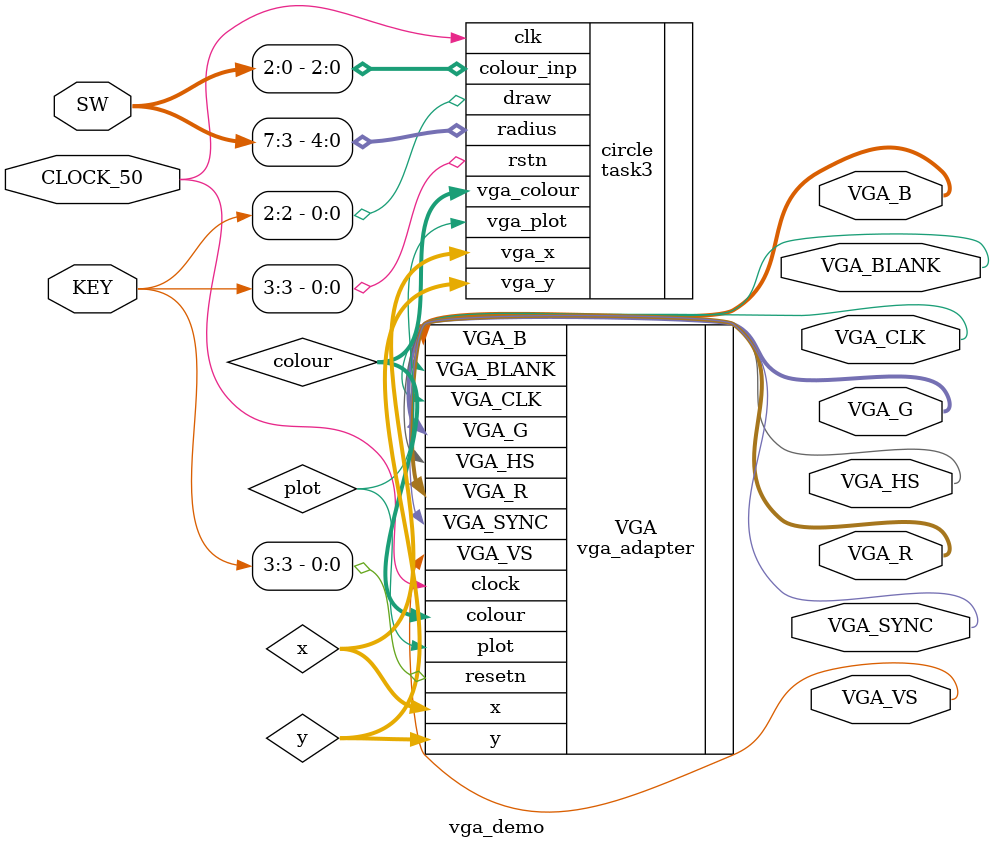
<source format=v>
module vga_demo(CLOCK_50, SW, KEY,
				VGA_R, VGA_G, VGA_B,
				VGA_HS, VGA_VS, VGA_BLANK, VGA_SYNC, VGA_CLK);
	
	input CLOCK_50;	
	input [9:0] SW;
	input [3:0] KEY;
	output [9:0] VGA_R;
	output [9:0] VGA_G;
	output [9:0] VGA_B;
	output VGA_HS;
	output VGA_VS;
	output VGA_BLANK;
	output VGA_SYNC;
	output VGA_CLK;	
	
	wire [2:0] colour;
	wire [7:0] x;
	wire [6:0] y;
	
	wire plot;
	
	//assign colour = 3'b111;
	//assign x = {3'd0, SW[9:5]};
	//assign y = {2'd0, SW[4:0]};
	
//	task2 inp(
//	      .clk(CLOCK_50),
//	      .rstn(KEY[3]),
//			.vga_x(x),
//			.vga_y(y),
//			.vga_colour(colour),
//			.vga_plot(plot)
//	);
	
	task3 circle(
	       .clk(CLOCK_50),
          .rstn(KEY[3]),
	       .radius(SW[7:3]),
			 .colour_inp(SW[2:0]),
	       .draw(KEY[2]),
          .vga_x(x),
          .vga_y(y),
			 .vga_colour(colour),
          .vga_plot(plot)
	);

	vga_adapter VGA(
			.resetn(KEY[3]),
			.clock(CLOCK_50),
			.colour(colour),
			.x(x),
			.y(y),
			.plot(plot),
			/* Signals for the DAC to drive the monitor. */
			.VGA_R(VGA_R),
			.VGA_G(VGA_G),
			.VGA_B(VGA_B),
			.VGA_HS(VGA_HS),
			.VGA_VS(VGA_VS),
			.VGA_SYNC(VGA_SYNC),
			.VGA_BLANK(VGA_BLANK),
			.VGA_CLK(VGA_CLK));
		defparam VGA.RESOLUTION = "160x120";
		defparam VGA.MONOCHROME = "FALSE";
		defparam VGA.BITS_PER_COLOUR_CHANNEL = 1;
		defparam VGA.BACKGROUND_IMAGE = "image.colour.mif";
		defparam VGA.USING_DE1 = "TRUE";
		
endmodule

</source>
